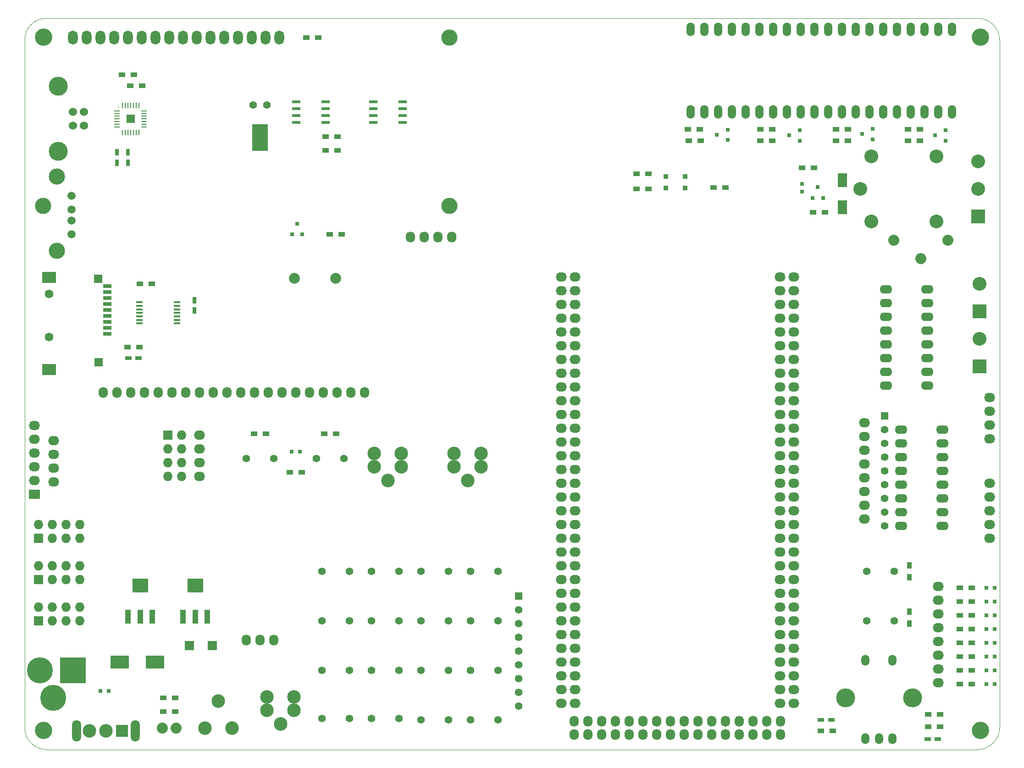
<source format=gbr>
G04 #@! TF.FileFunction,Soldermask,Top*
%FSLAX46Y46*%
G04 Gerber Fmt 4.6, Leading zero omitted, Abs format (unit mm)*
G04 Created by KiCad (PCBNEW 4.0.4-stable) date 12/15/16 19:51:19*
%MOMM*%
%LPD*%
G01*
G04 APERTURE LIST*
%ADD10C,0.100000*%
%ADD11R,0.950000X0.850000*%
%ADD12C,2.499360*%
%ADD13O,1.800000X2.600000*%
%ADD14C,3.000000*%
%ADD15O,1.727200X2.032000*%
%ADD16C,1.524000*%
%ADD17C,3.500000*%
%ADD18O,2.032000X1.727200*%
%ADD19R,2.032000X1.727200*%
%ADD20R,1.727200X1.727200*%
%ADD21O,1.727200X1.727200*%
%ADD22C,1.501140*%
%ADD23C,2.999740*%
%ADD24C,2.032000*%
%ADD25O,2.032000X2.032000*%
%ADD26R,3.500120X2.400300*%
%ADD27R,2.300000X2.300000*%
%ADD28C,2.500000*%
%ADD29O,1.651000X4.000000*%
%ADD30O,1.524000X2.524000*%
%ADD31R,0.750000X1.200000*%
%ADD32C,4.800600*%
%ADD33R,4.800600X4.800600*%
%ADD34R,1.800000X1.800000*%
%ADD35R,0.797560X0.797560*%
%ADD36R,1.000760X2.499360*%
%ADD37R,2.999740X2.499360*%
%ADD38O,2.300000X1.600000*%
%ADD39R,2.540000X2.540000*%
%ADD40C,2.540000*%
%ADD41C,3.200000*%
%ADD42R,1.200000X0.900000*%
%ADD43R,0.900000X1.200000*%
%ADD44R,1.500000X0.700000*%
%ADD45R,1.500000X1.500000*%
%ADD46R,2.500000X2.000000*%
%ADD47C,1.600000*%
%ADD48C,2.000000*%
%ADD49R,1.000760X0.231140*%
%ADD50R,0.231140X1.000760*%
%ADD51R,1.501140X1.501140*%
%ADD52C,0.299720*%
%ADD53C,1.397000*%
%ADD54R,3.000000X5.000000*%
%ADD55R,1.200000X0.750000*%
%ADD56R,1.397000X1.397000*%
%ADD57O,1.501140X1.998980*%
%ADD58C,3.500120*%
%ADD59R,1.550000X0.600000*%
%ADD60R,1.200000X0.400000*%
%ADD61R,0.800100X0.800100*%
%ADD62R,1.800860X2.500000*%
G04 APERTURE END LIST*
D10*
X215556500Y-163166000D02*
X43556500Y-163166000D01*
X39556500Y-159166000D02*
X39556500Y-32166000D01*
X219556500Y-32166000D02*
X219556500Y-159166000D01*
X43556500Y-28166000D02*
X215556500Y-28166000D01*
X39556500Y-159166000D02*
G75*
G03X43556500Y-163166000I4000000J0D01*
G01*
X215556500Y-163166000D02*
G75*
G03X219556500Y-159166000I0J4000000D01*
G01*
X219556500Y-32166000D02*
G75*
G03X215556500Y-28166000I-4000000J0D01*
G01*
X43556500Y-28166000D02*
G75*
G03X39556500Y-32166000I0J-4000000D01*
G01*
D11*
X161480500Y-57404000D03*
X157924500Y-57404000D03*
X157924500Y-59512200D03*
X161493500Y-59499000D03*
D12*
X75333860Y-154218640D03*
X77833220Y-159258000D03*
X72834500Y-159258000D03*
D13*
X48450500Y-31750000D03*
X50990500Y-31750000D03*
X53530500Y-31750000D03*
X56070500Y-31750000D03*
X58610500Y-31750000D03*
X61150500Y-31750000D03*
X63690500Y-31750000D03*
X66230500Y-31750000D03*
X68770500Y-31750000D03*
X71310500Y-31750000D03*
X73850500Y-31750000D03*
X76390500Y-31750000D03*
X78930500Y-31750000D03*
X81470500Y-31750000D03*
X84010500Y-31750000D03*
X86550500Y-31750000D03*
D14*
X42951400Y-31750000D03*
X42951400Y-62750700D03*
X117949980Y-62750700D03*
X117949980Y-31750000D03*
D15*
X102298500Y-97282000D03*
X99758500Y-97282000D03*
X97218500Y-97282000D03*
X94678500Y-97282000D03*
X92138500Y-97282000D03*
X89598500Y-97282000D03*
X87058500Y-97282000D03*
X84518500Y-97282000D03*
X81978500Y-97282000D03*
X79438500Y-97282000D03*
X76898500Y-97282000D03*
X74358500Y-97282000D03*
X71818500Y-97282000D03*
X69278500Y-97282000D03*
X66738500Y-97282000D03*
X64198500Y-97282000D03*
X61658500Y-97282000D03*
X59118500Y-97282000D03*
X56578500Y-97282000D03*
X54038500Y-97282000D03*
D16*
X50482500Y-45466000D03*
X50482500Y-48006000D03*
X48483520Y-48006000D03*
X48483520Y-45466000D03*
D17*
X45783500Y-40736520D03*
X45783500Y-52735480D03*
D18*
X71818500Y-105156000D03*
X71818500Y-107696000D03*
X71818500Y-110236000D03*
X71818500Y-112776000D03*
X194627500Y-120650000D03*
X194627500Y-118110000D03*
X194627500Y-115570000D03*
X194627500Y-113030000D03*
X194627500Y-110490000D03*
X194627500Y-107950000D03*
X194627500Y-105410000D03*
X194627500Y-102870000D03*
X208216500Y-150876000D03*
X208216500Y-148336000D03*
X208216500Y-145796000D03*
X208216500Y-143256000D03*
X208216500Y-140716000D03*
X208216500Y-138176000D03*
X208216500Y-135636000D03*
X208216500Y-133096000D03*
X138620500Y-75946000D03*
X138620500Y-78486000D03*
X138620500Y-81026000D03*
X138620500Y-83566000D03*
X138620500Y-86106000D03*
X138620500Y-88646000D03*
X138620500Y-91186000D03*
X138620500Y-93726000D03*
X138620500Y-96266000D03*
X138620500Y-98806000D03*
X138620500Y-101346000D03*
X138620500Y-103886000D03*
X138620500Y-106426000D03*
X138620500Y-108966000D03*
X138620500Y-111506000D03*
X138620500Y-114046000D03*
X138620500Y-116586000D03*
X138620500Y-119126000D03*
X138620500Y-121666000D03*
X138620500Y-124206000D03*
X138620500Y-126746000D03*
X138620500Y-129286000D03*
X138620500Y-131826000D03*
X138620500Y-134366000D03*
X138620500Y-136906000D03*
X138620500Y-139446000D03*
X138620500Y-141986000D03*
X138620500Y-144526000D03*
X138620500Y-147066000D03*
X138620500Y-149606000D03*
X138620500Y-152146000D03*
X138620500Y-154686000D03*
D19*
X41338500Y-116078000D03*
D18*
X41338500Y-113538000D03*
X41338500Y-110998000D03*
X41338500Y-108458000D03*
X41338500Y-105918000D03*
X41338500Y-103378000D03*
D20*
X42100500Y-124206000D03*
D21*
X42100500Y-121666000D03*
X44640500Y-124206000D03*
X44640500Y-121666000D03*
X47180500Y-124206000D03*
X47180500Y-121666000D03*
X49720500Y-124206000D03*
X49720500Y-121666000D03*
D20*
X42100500Y-131826000D03*
D21*
X42100500Y-129286000D03*
X44640500Y-131826000D03*
X44640500Y-129286000D03*
X47180500Y-131826000D03*
X47180500Y-129286000D03*
X49720500Y-131826000D03*
X49720500Y-129286000D03*
D20*
X42100500Y-139446000D03*
D21*
X42100500Y-136906000D03*
X44640500Y-139446000D03*
X44640500Y-136906000D03*
X47180500Y-139446000D03*
X47180500Y-136906000D03*
X49720500Y-139446000D03*
X49720500Y-136906000D03*
D15*
X110740500Y-68560000D03*
X113280500Y-68560000D03*
X115820500Y-68560000D03*
X118360500Y-68560000D03*
X80454500Y-143002000D03*
X82994500Y-143002000D03*
X85534500Y-143002000D03*
D22*
X48198620Y-68072860D03*
X48198620Y-65532860D03*
X48198620Y-63500860D03*
X48198620Y-60960860D03*
D23*
X45531620Y-71120860D03*
X45531620Y-57404860D03*
D24*
X64960500Y-159258000D03*
D25*
X67500500Y-159258000D03*
D26*
X57137300Y-147066000D03*
X63639700Y-147066000D03*
D18*
X217741500Y-124206000D03*
X217741500Y-121666000D03*
X217741500Y-119126000D03*
X217741500Y-116586000D03*
X217741500Y-114046000D03*
X217741500Y-105791000D03*
X217741500Y-103251000D03*
X217741500Y-100711000D03*
X217741500Y-98171000D03*
X44894500Y-113792000D03*
X44894500Y-111252000D03*
X44894500Y-108712000D03*
X44894500Y-106172000D03*
D15*
X141024500Y-160416000D03*
X143564500Y-160416000D03*
X146104500Y-160416000D03*
X148644500Y-160416000D03*
X151184500Y-160416000D03*
X153724500Y-160416000D03*
X156264500Y-160416000D03*
X158804500Y-160416000D03*
X161344500Y-160416000D03*
X163884500Y-160416000D03*
X166424500Y-160416000D03*
X168964500Y-160416000D03*
X171504500Y-160416000D03*
X174044500Y-160416000D03*
X176584500Y-160416000D03*
X179124500Y-160416000D03*
X141024500Y-157916000D03*
X143564500Y-157916000D03*
X146104500Y-157916000D03*
X148644500Y-157916000D03*
X151184500Y-157916000D03*
X153724500Y-157916000D03*
X156264500Y-157916000D03*
X158804500Y-157916000D03*
X161344500Y-157916000D03*
X163884500Y-157916000D03*
X166424500Y-157916000D03*
X168964500Y-157916000D03*
X171504500Y-157916000D03*
X174044500Y-157916000D03*
X176584500Y-157916000D03*
X179124500Y-157916000D03*
D18*
X181546500Y-75946000D03*
X181546500Y-78486000D03*
X181546500Y-81026000D03*
X181546500Y-83566000D03*
X181546500Y-86106000D03*
X181546500Y-88646000D03*
X181546500Y-91186000D03*
X181546500Y-93726000D03*
X181546500Y-96266000D03*
X181546500Y-98806000D03*
X181546500Y-101346000D03*
X181546500Y-103886000D03*
X181546500Y-106426000D03*
X181546500Y-108966000D03*
X181546500Y-111506000D03*
X181546500Y-114046000D03*
X181546500Y-116586000D03*
X181546500Y-119126000D03*
X181546500Y-121666000D03*
X181546500Y-124206000D03*
X181546500Y-126746000D03*
X181546500Y-129286000D03*
X181546500Y-131826000D03*
X181546500Y-134366000D03*
X181546500Y-136906000D03*
X181546500Y-139446000D03*
X181546500Y-141986000D03*
X181546500Y-144526000D03*
X181546500Y-147066000D03*
X181546500Y-149606000D03*
X181546500Y-152146000D03*
X181546500Y-154686000D03*
X179006500Y-75946000D03*
X179006500Y-78486000D03*
X179006500Y-81026000D03*
X179006500Y-83566000D03*
X179006500Y-86106000D03*
X179006500Y-88646000D03*
X179006500Y-91186000D03*
X179006500Y-93726000D03*
X179006500Y-96266000D03*
X179006500Y-98806000D03*
X179006500Y-101346000D03*
X179006500Y-103886000D03*
X179006500Y-106426000D03*
X179006500Y-108966000D03*
X179006500Y-111506000D03*
X179006500Y-114046000D03*
X179006500Y-116586000D03*
X179006500Y-119126000D03*
X179006500Y-121666000D03*
X179006500Y-124206000D03*
X179006500Y-126746000D03*
X179006500Y-129286000D03*
X179006500Y-131826000D03*
X179006500Y-134366000D03*
X179006500Y-136906000D03*
X179006500Y-139446000D03*
X179006500Y-141986000D03*
X179006500Y-144526000D03*
X179006500Y-147066000D03*
X179006500Y-149606000D03*
X179006500Y-152146000D03*
X179006500Y-154686000D03*
X141160500Y-75946000D03*
X141160500Y-78486000D03*
X141160500Y-81026000D03*
X141160500Y-83566000D03*
X141160500Y-86106000D03*
X141160500Y-88646000D03*
X141160500Y-91186000D03*
X141160500Y-93726000D03*
X141160500Y-96266000D03*
X141160500Y-98806000D03*
X141160500Y-101346000D03*
X141160500Y-103886000D03*
X141160500Y-106426000D03*
X141160500Y-108966000D03*
X141160500Y-111506000D03*
X141160500Y-114046000D03*
X141160500Y-116586000D03*
X141160500Y-119126000D03*
X141160500Y-121666000D03*
X141160500Y-124206000D03*
X141160500Y-126746000D03*
X141160500Y-129286000D03*
X141160500Y-131826000D03*
X141160500Y-134366000D03*
X141160500Y-136906000D03*
X141160500Y-139446000D03*
X141160500Y-141986000D03*
X141160500Y-144526000D03*
X141160500Y-147066000D03*
X141160500Y-149606000D03*
X141160500Y-152146000D03*
X141160500Y-154686000D03*
D20*
X65976500Y-105156000D03*
D21*
X68516500Y-105156000D03*
X65976500Y-107696000D03*
X68516500Y-107696000D03*
X65976500Y-110236000D03*
X68516500Y-110236000D03*
X65976500Y-112776000D03*
X68516500Y-112776000D03*
D27*
X57546500Y-159766000D03*
D28*
X54546500Y-159766000D03*
X51546500Y-159766000D03*
D29*
X49146460Y-159766000D03*
X59946540Y-159766000D03*
D30*
X162496500Y-45466000D03*
X165036500Y-45466000D03*
X167576500Y-45466000D03*
X170116500Y-45466000D03*
X172656500Y-45466000D03*
X172656500Y-30226000D03*
X170116500Y-30226000D03*
X167576500Y-30226000D03*
X165036500Y-30226000D03*
X162496500Y-30226000D03*
D31*
X70929500Y-82103000D03*
X70929500Y-80203000D03*
X56578500Y-52898000D03*
X56578500Y-54798000D03*
X58610500Y-52898000D03*
X58610500Y-54798000D03*
D32*
X42354500Y-148590000D03*
D33*
X48450500Y-148590000D03*
D32*
X44854500Y-153670000D03*
D34*
X74172500Y-144018000D03*
X69972500Y-144018000D03*
D35*
X53543200Y-152400000D03*
X55041800Y-152400000D03*
X183070500Y-58686700D03*
X183070500Y-60185300D03*
X217119200Y-133350000D03*
X218617800Y-133350000D03*
X217119200Y-135890000D03*
X218617800Y-135890000D03*
X217119200Y-138430000D03*
X218617800Y-138430000D03*
X217119200Y-140970000D03*
X218617800Y-140970000D03*
D36*
X60896500Y-138640820D03*
X63146940Y-138640820D03*
X58646060Y-138640820D03*
D37*
X60896500Y-132890260D03*
D36*
X71056500Y-138640820D03*
X73306940Y-138640820D03*
X68806060Y-138640820D03*
D37*
X71056500Y-132890260D03*
D38*
X198556500Y-78166000D03*
X198556500Y-80706000D03*
X198556500Y-83246000D03*
X198556500Y-85786000D03*
X198556500Y-88326000D03*
X198556500Y-90866000D03*
X198556500Y-93406000D03*
X198556500Y-95946000D03*
X206176500Y-95946000D03*
X206176500Y-93406000D03*
X206176500Y-90866000D03*
X206176500Y-88326000D03*
X206176500Y-85786000D03*
X206176500Y-83246000D03*
X206176500Y-80706000D03*
X206176500Y-78166000D03*
D39*
X215836500Y-92456000D03*
D40*
X215836500Y-87376000D03*
D39*
X215836500Y-82296000D03*
D40*
X215836500Y-77216000D03*
X195867020Y-53690520D03*
X193865500Y-59690000D03*
X207865980Y-53690520D03*
X207865980Y-65689480D03*
X195867020Y-65689480D03*
D39*
X215582500Y-64770000D03*
D40*
X215582500Y-59690000D03*
X215582500Y-54610000D03*
D41*
X216056500Y-159666000D03*
X43056500Y-31666000D03*
X43056500Y-159666000D03*
X216056500Y-31666000D03*
D42*
X188742500Y-159766000D03*
X186542500Y-159766000D03*
X60812500Y-77216000D03*
X63012500Y-77216000D03*
X58526500Y-88900000D03*
X60726500Y-88900000D03*
X67330500Y-153670000D03*
X65130500Y-153670000D03*
X90698500Y-112014000D03*
X88498500Y-112014000D03*
X84094500Y-104902000D03*
X81894500Y-104902000D03*
X185145500Y-64008000D03*
X187345500Y-64008000D03*
X98064500Y-68072000D03*
X95864500Y-68072000D03*
D43*
X202882500Y-131402000D03*
X202882500Y-129202000D03*
X202882500Y-137711000D03*
X202882500Y-139911000D03*
D42*
X67330500Y-156210000D03*
X65130500Y-156210000D03*
X91546500Y-31750000D03*
X93746500Y-31750000D03*
X152506500Y-56896000D03*
X154706500Y-56896000D03*
X152506500Y-59690000D03*
X154706500Y-59690000D03*
X168930500Y-59436000D03*
X166730500Y-59436000D03*
X212196500Y-133350000D03*
X214396500Y-133350000D03*
X212196500Y-135890000D03*
X214396500Y-135890000D03*
X212196500Y-138430000D03*
X214396500Y-138430000D03*
X212196500Y-140970000D03*
X214396500Y-140970000D03*
D44*
X54838500Y-86442000D03*
X54838500Y-85342000D03*
X54838500Y-84242000D03*
X54838500Y-83142000D03*
X54838500Y-82042000D03*
X54838500Y-80942000D03*
X54838500Y-79842000D03*
X54838500Y-78742000D03*
X54838500Y-77642000D03*
D45*
X53138500Y-76242000D03*
X53238500Y-91642000D03*
D46*
X44038500Y-76042000D03*
X44038500Y-93042000D03*
D47*
X44038500Y-79042000D03*
X44038500Y-87042000D03*
D48*
X96954340Y-76200000D03*
X89354660Y-76200000D03*
D49*
X56619140Y-48237140D03*
X56619140Y-47736760D03*
X56619140Y-47236380D03*
X56619140Y-46736000D03*
X56619140Y-46235620D03*
X56619140Y-45735240D03*
X56619140Y-45234860D03*
D50*
X57617360Y-44236640D03*
X58117740Y-44236640D03*
X58618120Y-44236640D03*
X59118500Y-44236640D03*
X59618880Y-44236640D03*
X60119260Y-44236640D03*
X60619640Y-44236640D03*
D49*
X61617860Y-45234860D03*
X61617860Y-45735240D03*
X61617860Y-46235620D03*
X61617860Y-46736000D03*
X61617860Y-47236380D03*
X61617860Y-47736760D03*
X61617860Y-48237140D03*
D50*
X60619640Y-49235360D03*
X60119260Y-49235360D03*
X59618880Y-49235360D03*
X59118500Y-49235360D03*
X58618120Y-49235360D03*
X58117740Y-49235360D03*
X57617360Y-49235360D03*
D51*
X59118500Y-46736000D03*
D52*
X56868060Y-44485560D03*
D35*
X88849200Y-108204000D03*
X90347800Y-108204000D03*
D42*
X97048500Y-104902000D03*
X94848500Y-104902000D03*
D24*
X205041500Y-72566000D03*
X200041500Y-69166000D03*
X210041500Y-69166000D03*
D53*
X84264500Y-44196000D03*
X81724500Y-44196000D03*
D54*
X82994500Y-50196000D03*
D42*
X95102500Y-52578000D03*
X97302500Y-52578000D03*
X95102500Y-50038000D03*
X97302500Y-50038000D03*
D55*
X60576500Y-90932000D03*
X58676500Y-90932000D03*
D30*
X175196500Y-45466000D03*
X177736500Y-45466000D03*
X180276500Y-45466000D03*
X182816500Y-45466000D03*
X185356500Y-45466000D03*
X185356500Y-30226000D03*
X182816500Y-30226000D03*
X180276500Y-30226000D03*
X177736500Y-30226000D03*
X175196500Y-30226000D03*
X187896500Y-45466000D03*
X190436500Y-45466000D03*
X192976500Y-45466000D03*
X195516500Y-45466000D03*
X198056500Y-45466000D03*
X198056500Y-30226000D03*
X195516500Y-30226000D03*
X192976500Y-30226000D03*
X190436500Y-30226000D03*
X187896500Y-30226000D03*
X200596500Y-45466000D03*
X203136500Y-45466000D03*
X205676500Y-45466000D03*
X208216500Y-45466000D03*
X210756500Y-45466000D03*
X210756500Y-30226000D03*
X208216500Y-30226000D03*
X205676500Y-30226000D03*
X203136500Y-30226000D03*
X200596500Y-30226000D03*
D55*
X186565500Y-157734000D03*
X188465500Y-157734000D03*
X208150500Y-161290000D03*
X206250500Y-161290000D03*
D35*
X217119200Y-143510000D03*
X218617800Y-143510000D03*
X217119200Y-146050000D03*
X218617800Y-146050000D03*
X217119200Y-148590000D03*
X218617800Y-148590000D03*
X217119200Y-151130000D03*
X218617800Y-151130000D03*
D42*
X212196500Y-143510000D03*
X214396500Y-143510000D03*
X212196500Y-146050000D03*
X214396500Y-146050000D03*
X212196500Y-148590000D03*
X214396500Y-148590000D03*
X212196500Y-151130000D03*
X214396500Y-151130000D03*
X206354500Y-159004000D03*
X208554500Y-159004000D03*
X208554500Y-156718000D03*
X206354500Y-156718000D03*
X164231500Y-48641000D03*
X162031500Y-48641000D03*
X164358500Y-50800000D03*
X162158500Y-50800000D03*
X177566500Y-48641000D03*
X175366500Y-48641000D03*
X177566500Y-50800000D03*
X175366500Y-50800000D03*
X191536500Y-48641000D03*
X189336500Y-48641000D03*
X191536500Y-50800000D03*
X189336500Y-50800000D03*
X204871500Y-48641000D03*
X202671500Y-48641000D03*
X204871500Y-50800000D03*
X202671500Y-50800000D03*
D56*
X130746500Y-134874000D03*
D53*
X130746500Y-137414000D03*
X130746500Y-139954000D03*
X130746500Y-142494000D03*
X130746500Y-145034000D03*
X130746500Y-147574000D03*
X130746500Y-150114000D03*
X130746500Y-152654000D03*
X130746500Y-155194000D03*
D56*
X198310500Y-101600000D03*
D53*
X198310500Y-104140000D03*
X198310500Y-106680000D03*
X198310500Y-109220000D03*
X198310500Y-111760000D03*
X198310500Y-114300000D03*
X198310500Y-116840000D03*
X198310500Y-119380000D03*
X198310500Y-121920000D03*
D38*
X201358500Y-104140000D03*
X201358500Y-106680000D03*
X201358500Y-109220000D03*
X201358500Y-111760000D03*
X201358500Y-114300000D03*
X201358500Y-116840000D03*
X201358500Y-119380000D03*
X201358500Y-121920000D03*
X208978500Y-121920000D03*
X208978500Y-119380000D03*
X208978500Y-116840000D03*
X208978500Y-114300000D03*
X208978500Y-111760000D03*
X208978500Y-109220000D03*
X208978500Y-106680000D03*
X208978500Y-104140000D03*
D57*
X194795140Y-161170620D03*
X197294500Y-161170620D03*
X199793860Y-161170620D03*
D58*
X191094360Y-153670000D03*
X203494640Y-153670000D03*
D57*
X194795140Y-146669760D03*
X199793860Y-146669760D03*
D42*
X59710500Y-38608000D03*
X57510500Y-38608000D03*
X61234500Y-40640000D03*
X59034500Y-40640000D03*
D59*
X103916500Y-43561000D03*
X103916500Y-44831000D03*
X103916500Y-46101000D03*
X103916500Y-47371000D03*
X109316500Y-47371000D03*
X109316500Y-46101000D03*
X109316500Y-44831000D03*
X109316500Y-43561000D03*
X89692500Y-43561000D03*
X89692500Y-44831000D03*
X89692500Y-46101000D03*
X89692500Y-47371000D03*
X95092500Y-47371000D03*
X95092500Y-46101000D03*
X95092500Y-44831000D03*
X95092500Y-43561000D03*
D60*
X60748500Y-80600000D03*
X60748500Y-81250000D03*
X60748500Y-81900000D03*
X60748500Y-82550000D03*
X60748500Y-83200000D03*
X60748500Y-83850000D03*
X60748500Y-84500000D03*
X67648500Y-84500000D03*
X67648500Y-83850000D03*
X67648500Y-83200000D03*
X67648500Y-82550000D03*
X67648500Y-81900000D03*
X67648500Y-81250000D03*
X67648500Y-80600000D03*
D12*
X86804500Y-158456000D03*
X84304500Y-155956000D03*
X89304500Y-155956000D03*
X84304500Y-153456000D03*
X89304500Y-153456000D03*
X106616500Y-113498000D03*
X104116500Y-110998000D03*
X109116500Y-110998000D03*
X104116500Y-108498000D03*
X109116500Y-108498000D03*
X121348500Y-113498000D03*
X118848500Y-110998000D03*
X123848500Y-110998000D03*
X118848500Y-108498000D03*
X123848500Y-108498000D03*
D53*
X195008500Y-130302000D03*
X200088500Y-130302000D03*
X195008500Y-139446000D03*
X200088500Y-139446000D03*
X85534500Y-109474000D03*
X80454500Y-109474000D03*
X98488500Y-109474000D03*
X93408500Y-109474000D03*
X94424500Y-130302000D03*
X99504500Y-130302000D03*
X103568500Y-130302000D03*
X108648500Y-130302000D03*
X112712500Y-130302000D03*
X117792500Y-130302000D03*
X121856500Y-130302000D03*
X126936500Y-130302000D03*
X94424500Y-139446000D03*
X99504500Y-139446000D03*
X103568500Y-139446000D03*
X108648500Y-139446000D03*
X112712500Y-139446000D03*
X117792500Y-139446000D03*
X121856500Y-139446000D03*
X126936500Y-139446000D03*
X94424500Y-148590000D03*
X99504500Y-148590000D03*
X103568500Y-148590000D03*
X108648500Y-148590000D03*
X112712500Y-148590000D03*
X117792500Y-148590000D03*
X121856500Y-148590000D03*
X126936500Y-148590000D03*
X94424500Y-157480000D03*
X99504500Y-157480000D03*
X103568500Y-157480000D03*
X108648500Y-157480000D03*
X112712500Y-157734000D03*
X117792500Y-157734000D03*
X121856500Y-157734000D03*
X126936500Y-157734000D03*
D42*
X185313500Y-55753000D03*
X183113500Y-55753000D03*
D61*
X185041500Y-61325760D03*
X186941500Y-61325760D03*
X185991500Y-59326780D03*
X88902500Y-68056760D03*
X90802500Y-68056760D03*
X89852500Y-66057780D03*
X169339260Y-50607000D03*
X169339260Y-48707000D03*
X167340280Y-49657000D03*
X182674260Y-50734000D03*
X182674260Y-48834000D03*
X180675280Y-49784000D03*
X196136260Y-50480000D03*
X196136260Y-48580000D03*
X194137280Y-49530000D03*
X209598260Y-50734000D03*
X209598260Y-48834000D03*
X207599280Y-49784000D03*
D62*
X190563500Y-63078360D03*
X190563500Y-58079640D03*
M02*

</source>
